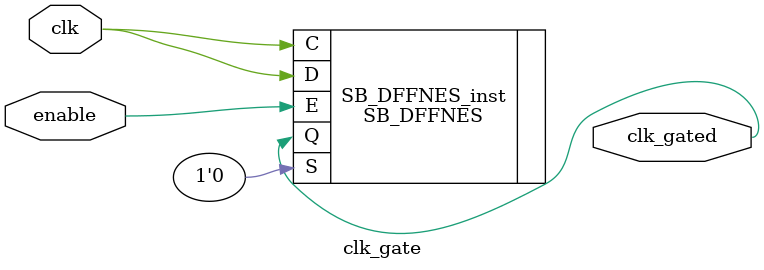
<source format=v>
/*
 *	Description:
 *
 *		This module implements a latched clock gating circuit to "turn off" components
 *      which are not needed during the operation of a program in the processor
 *
 */

 module clk_gate(enable, clk, clk_gated);

    input enable;
    input clk;
    output clk_gated;

    // SB_DFFNES - D Flip-Flop – Negative Edge Clock, Set is asynchronous on falling clock edge with clock Enable.
    SB_DFFNES   SB_DFFNES_inst (
      .Q(clk_gated),            // Registered Output
      .C(clk),            // Clock
      .E(enable),            // Clock Enable
      .D(clk),            // Data
      .S(1'b0)             // Asynchronously Set
      );

 endmodule

</source>
